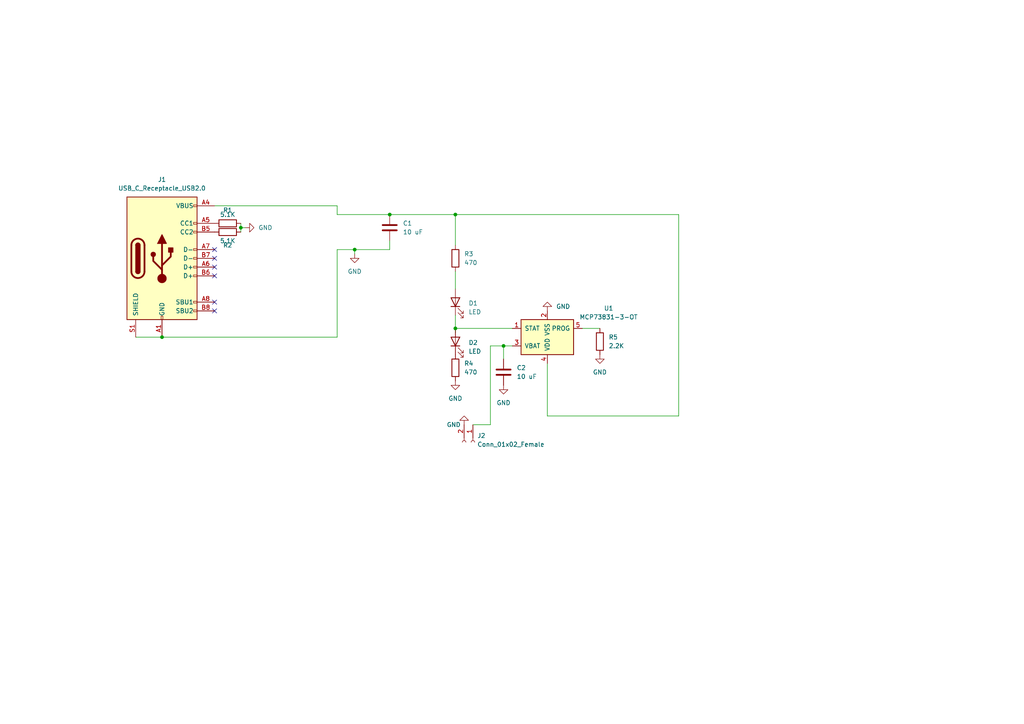
<source format=kicad_sch>
(kicad_sch (version 20211123) (generator eeschema)

  (uuid e63e39d7-6ac0-4ffd-8aa3-1841a4541b55)

  (paper "A4")

  (lib_symbols
    (symbol "Battery_Management:MCP73831-3-OT" (pin_names (offset 1.016)) (in_bom yes) (on_board yes)
      (property "Reference" "U" (id 0) (at -7.62 6.35 0)
        (effects (font (size 1.27 1.27)) (justify left))
      )
      (property "Value" "MCP73831-3-OT" (id 1) (at 1.27 6.35 0)
        (effects (font (size 1.27 1.27)) (justify left))
      )
      (property "Footprint" "Package_TO_SOT_SMD:SOT-23-5" (id 2) (at 1.27 -6.35 0)
        (effects (font (size 1.27 1.27) italic) (justify left) hide)
      )
      (property "Datasheet" "http://ww1.microchip.com/downloads/en/DeviceDoc/20001984g.pdf" (id 3) (at -3.81 -1.27 0)
        (effects (font (size 1.27 1.27)) hide)
      )
      (property "ki_keywords" "battery charger lithium" (id 4) (at 0 0 0)
        (effects (font (size 1.27 1.27)) hide)
      )
      (property "ki_description" "Single cell, Li-Ion/Li-Po charge management controller, 4.35V, Tri-State Status Output, in SOT23-5 package" (id 5) (at 0 0 0)
        (effects (font (size 1.27 1.27)) hide)
      )
      (property "ki_fp_filters" "SOT?23*" (id 6) (at 0 0 0)
        (effects (font (size 1.27 1.27)) hide)
      )
      (symbol "MCP73831-3-OT_0_1"
        (rectangle (start -7.62 5.08) (end 7.62 -5.08)
          (stroke (width 0.254) (type default) (color 0 0 0 0))
          (fill (type background))
        )
      )
      (symbol "MCP73831-3-OT_1_1"
        (pin output line (at 10.16 -2.54 180) (length 2.54)
          (name "STAT" (effects (font (size 1.27 1.27))))
          (number "1" (effects (font (size 1.27 1.27))))
        )
        (pin power_in line (at 0 -7.62 90) (length 2.54)
          (name "VSS" (effects (font (size 1.27 1.27))))
          (number "2" (effects (font (size 1.27 1.27))))
        )
        (pin power_out line (at 10.16 2.54 180) (length 2.54)
          (name "VBAT" (effects (font (size 1.27 1.27))))
          (number "3" (effects (font (size 1.27 1.27))))
        )
        (pin power_in line (at 0 7.62 270) (length 2.54)
          (name "VDD" (effects (font (size 1.27 1.27))))
          (number "4" (effects (font (size 1.27 1.27))))
        )
        (pin input line (at -10.16 -2.54 0) (length 2.54)
          (name "PROG" (effects (font (size 1.27 1.27))))
          (number "5" (effects (font (size 1.27 1.27))))
        )
      )
    )
    (symbol "Connector:Conn_01x02_Female" (pin_names (offset 1.016) hide) (in_bom yes) (on_board yes)
      (property "Reference" "J" (id 0) (at 0 2.54 0)
        (effects (font (size 1.27 1.27)))
      )
      (property "Value" "Conn_01x02_Female" (id 1) (at 0 -5.08 0)
        (effects (font (size 1.27 1.27)))
      )
      (property "Footprint" "" (id 2) (at 0 0 0)
        (effects (font (size 1.27 1.27)) hide)
      )
      (property "Datasheet" "~" (id 3) (at 0 0 0)
        (effects (font (size 1.27 1.27)) hide)
      )
      (property "ki_keywords" "connector" (id 4) (at 0 0 0)
        (effects (font (size 1.27 1.27)) hide)
      )
      (property "ki_description" "Generic connector, single row, 01x02, script generated (kicad-library-utils/schlib/autogen/connector/)" (id 5) (at 0 0 0)
        (effects (font (size 1.27 1.27)) hide)
      )
      (property "ki_fp_filters" "Connector*:*_1x??_*" (id 6) (at 0 0 0)
        (effects (font (size 1.27 1.27)) hide)
      )
      (symbol "Conn_01x02_Female_1_1"
        (arc (start 0 -2.032) (mid -0.508 -2.54) (end 0 -3.048)
          (stroke (width 0.1524) (type default) (color 0 0 0 0))
          (fill (type none))
        )
        (polyline
          (pts
            (xy -1.27 -2.54)
            (xy -0.508 -2.54)
          )
          (stroke (width 0.1524) (type default) (color 0 0 0 0))
          (fill (type none))
        )
        (polyline
          (pts
            (xy -1.27 0)
            (xy -0.508 0)
          )
          (stroke (width 0.1524) (type default) (color 0 0 0 0))
          (fill (type none))
        )
        (arc (start 0 0.508) (mid -0.508 0) (end 0 -0.508)
          (stroke (width 0.1524) (type default) (color 0 0 0 0))
          (fill (type none))
        )
        (pin passive line (at -5.08 0 0) (length 3.81)
          (name "Pin_1" (effects (font (size 1.27 1.27))))
          (number "1" (effects (font (size 1.27 1.27))))
        )
        (pin passive line (at -5.08 -2.54 0) (length 3.81)
          (name "Pin_2" (effects (font (size 1.27 1.27))))
          (number "2" (effects (font (size 1.27 1.27))))
        )
      )
    )
    (symbol "Connector:USB_C_Receptacle_USB2.0" (pin_names (offset 1.016)) (in_bom yes) (on_board yes)
      (property "Reference" "J" (id 0) (at -10.16 19.05 0)
        (effects (font (size 1.27 1.27)) (justify left))
      )
      (property "Value" "USB_C_Receptacle_USB2.0" (id 1) (at 19.05 19.05 0)
        (effects (font (size 1.27 1.27)) (justify right))
      )
      (property "Footprint" "" (id 2) (at 3.81 0 0)
        (effects (font (size 1.27 1.27)) hide)
      )
      (property "Datasheet" "https://www.usb.org/sites/default/files/documents/usb_type-c.zip" (id 3) (at 3.81 0 0)
        (effects (font (size 1.27 1.27)) hide)
      )
      (property "ki_keywords" "usb universal serial bus type-C USB2.0" (id 4) (at 0 0 0)
        (effects (font (size 1.27 1.27)) hide)
      )
      (property "ki_description" "USB 2.0-only Type-C Receptacle connector" (id 5) (at 0 0 0)
        (effects (font (size 1.27 1.27)) hide)
      )
      (property "ki_fp_filters" "USB*C*Receptacle*" (id 6) (at 0 0 0)
        (effects (font (size 1.27 1.27)) hide)
      )
      (symbol "USB_C_Receptacle_USB2.0_0_0"
        (rectangle (start -0.254 -17.78) (end 0.254 -16.764)
          (stroke (width 0) (type default) (color 0 0 0 0))
          (fill (type none))
        )
        (rectangle (start 10.16 -14.986) (end 9.144 -15.494)
          (stroke (width 0) (type default) (color 0 0 0 0))
          (fill (type none))
        )
        (rectangle (start 10.16 -12.446) (end 9.144 -12.954)
          (stroke (width 0) (type default) (color 0 0 0 0))
          (fill (type none))
        )
        (rectangle (start 10.16 -4.826) (end 9.144 -5.334)
          (stroke (width 0) (type default) (color 0 0 0 0))
          (fill (type none))
        )
        (rectangle (start 10.16 -2.286) (end 9.144 -2.794)
          (stroke (width 0) (type default) (color 0 0 0 0))
          (fill (type none))
        )
        (rectangle (start 10.16 0.254) (end 9.144 -0.254)
          (stroke (width 0) (type default) (color 0 0 0 0))
          (fill (type none))
        )
        (rectangle (start 10.16 2.794) (end 9.144 2.286)
          (stroke (width 0) (type default) (color 0 0 0 0))
          (fill (type none))
        )
        (rectangle (start 10.16 7.874) (end 9.144 7.366)
          (stroke (width 0) (type default) (color 0 0 0 0))
          (fill (type none))
        )
        (rectangle (start 10.16 10.414) (end 9.144 9.906)
          (stroke (width 0) (type default) (color 0 0 0 0))
          (fill (type none))
        )
        (rectangle (start 10.16 15.494) (end 9.144 14.986)
          (stroke (width 0) (type default) (color 0 0 0 0))
          (fill (type none))
        )
      )
      (symbol "USB_C_Receptacle_USB2.0_0_1"
        (rectangle (start -10.16 17.78) (end 10.16 -17.78)
          (stroke (width 0.254) (type default) (color 0 0 0 0))
          (fill (type background))
        )
        (arc (start -8.89 -3.81) (mid -6.985 -5.715) (end -5.08 -3.81)
          (stroke (width 0.508) (type default) (color 0 0 0 0))
          (fill (type none))
        )
        (arc (start -7.62 -3.81) (mid -6.985 -4.445) (end -6.35 -3.81)
          (stroke (width 0.254) (type default) (color 0 0 0 0))
          (fill (type none))
        )
        (arc (start -7.62 -3.81) (mid -6.985 -4.445) (end -6.35 -3.81)
          (stroke (width 0.254) (type default) (color 0 0 0 0))
          (fill (type outline))
        )
        (rectangle (start -7.62 -3.81) (end -6.35 3.81)
          (stroke (width 0.254) (type default) (color 0 0 0 0))
          (fill (type outline))
        )
        (arc (start -6.35 3.81) (mid -6.985 4.445) (end -7.62 3.81)
          (stroke (width 0.254) (type default) (color 0 0 0 0))
          (fill (type none))
        )
        (arc (start -6.35 3.81) (mid -6.985 4.445) (end -7.62 3.81)
          (stroke (width 0.254) (type default) (color 0 0 0 0))
          (fill (type outline))
        )
        (arc (start -5.08 3.81) (mid -6.985 5.715) (end -8.89 3.81)
          (stroke (width 0.508) (type default) (color 0 0 0 0))
          (fill (type none))
        )
        (circle (center -2.54 1.143) (radius 0.635)
          (stroke (width 0.254) (type default) (color 0 0 0 0))
          (fill (type outline))
        )
        (circle (center 0 -5.842) (radius 1.27)
          (stroke (width 0) (type default) (color 0 0 0 0))
          (fill (type outline))
        )
        (polyline
          (pts
            (xy -8.89 -3.81)
            (xy -8.89 3.81)
          )
          (stroke (width 0.508) (type default) (color 0 0 0 0))
          (fill (type none))
        )
        (polyline
          (pts
            (xy -5.08 3.81)
            (xy -5.08 -3.81)
          )
          (stroke (width 0.508) (type default) (color 0 0 0 0))
          (fill (type none))
        )
        (polyline
          (pts
            (xy 0 -5.842)
            (xy 0 4.318)
          )
          (stroke (width 0.508) (type default) (color 0 0 0 0))
          (fill (type none))
        )
        (polyline
          (pts
            (xy 0 -3.302)
            (xy -2.54 -0.762)
            (xy -2.54 0.508)
          )
          (stroke (width 0.508) (type default) (color 0 0 0 0))
          (fill (type none))
        )
        (polyline
          (pts
            (xy 0 -2.032)
            (xy 2.54 0.508)
            (xy 2.54 1.778)
          )
          (stroke (width 0.508) (type default) (color 0 0 0 0))
          (fill (type none))
        )
        (polyline
          (pts
            (xy -1.27 4.318)
            (xy 0 6.858)
            (xy 1.27 4.318)
            (xy -1.27 4.318)
          )
          (stroke (width 0.254) (type default) (color 0 0 0 0))
          (fill (type outline))
        )
        (rectangle (start 1.905 1.778) (end 3.175 3.048)
          (stroke (width 0.254) (type default) (color 0 0 0 0))
          (fill (type outline))
        )
      )
      (symbol "USB_C_Receptacle_USB2.0_1_1"
        (pin passive line (at 0 -22.86 90) (length 5.08)
          (name "GND" (effects (font (size 1.27 1.27))))
          (number "A1" (effects (font (size 1.27 1.27))))
        )
        (pin passive line (at 0 -22.86 90) (length 5.08) hide
          (name "GND" (effects (font (size 1.27 1.27))))
          (number "A12" (effects (font (size 1.27 1.27))))
        )
        (pin passive line (at 15.24 15.24 180) (length 5.08)
          (name "VBUS" (effects (font (size 1.27 1.27))))
          (number "A4" (effects (font (size 1.27 1.27))))
        )
        (pin bidirectional line (at 15.24 10.16 180) (length 5.08)
          (name "CC1" (effects (font (size 1.27 1.27))))
          (number "A5" (effects (font (size 1.27 1.27))))
        )
        (pin bidirectional line (at 15.24 -2.54 180) (length 5.08)
          (name "D+" (effects (font (size 1.27 1.27))))
          (number "A6" (effects (font (size 1.27 1.27))))
        )
        (pin bidirectional line (at 15.24 2.54 180) (length 5.08)
          (name "D-" (effects (font (size 1.27 1.27))))
          (number "A7" (effects (font (size 1.27 1.27))))
        )
        (pin bidirectional line (at 15.24 -12.7 180) (length 5.08)
          (name "SBU1" (effects (font (size 1.27 1.27))))
          (number "A8" (effects (font (size 1.27 1.27))))
        )
        (pin passive line (at 15.24 15.24 180) (length 5.08) hide
          (name "VBUS" (effects (font (size 1.27 1.27))))
          (number "A9" (effects (font (size 1.27 1.27))))
        )
        (pin passive line (at 0 -22.86 90) (length 5.08) hide
          (name "GND" (effects (font (size 1.27 1.27))))
          (number "B1" (effects (font (size 1.27 1.27))))
        )
        (pin passive line (at 0 -22.86 90) (length 5.08) hide
          (name "GND" (effects (font (size 1.27 1.27))))
          (number "B12" (effects (font (size 1.27 1.27))))
        )
        (pin passive line (at 15.24 15.24 180) (length 5.08) hide
          (name "VBUS" (effects (font (size 1.27 1.27))))
          (number "B4" (effects (font (size 1.27 1.27))))
        )
        (pin bidirectional line (at 15.24 7.62 180) (length 5.08)
          (name "CC2" (effects (font (size 1.27 1.27))))
          (number "B5" (effects (font (size 1.27 1.27))))
        )
        (pin bidirectional line (at 15.24 -5.08 180) (length 5.08)
          (name "D+" (effects (font (size 1.27 1.27))))
          (number "B6" (effects (font (size 1.27 1.27))))
        )
        (pin bidirectional line (at 15.24 0 180) (length 5.08)
          (name "D-" (effects (font (size 1.27 1.27))))
          (number "B7" (effects (font (size 1.27 1.27))))
        )
        (pin bidirectional line (at 15.24 -15.24 180) (length 5.08)
          (name "SBU2" (effects (font (size 1.27 1.27))))
          (number "B8" (effects (font (size 1.27 1.27))))
        )
        (pin passive line (at 15.24 15.24 180) (length 5.08) hide
          (name "VBUS" (effects (font (size 1.27 1.27))))
          (number "B9" (effects (font (size 1.27 1.27))))
        )
        (pin passive line (at -7.62 -22.86 90) (length 5.08)
          (name "SHIELD" (effects (font (size 1.27 1.27))))
          (number "S1" (effects (font (size 1.27 1.27))))
        )
      )
    )
    (symbol "Device:C" (pin_numbers hide) (pin_names (offset 0.254)) (in_bom yes) (on_board yes)
      (property "Reference" "C" (id 0) (at 0.635 2.54 0)
        (effects (font (size 1.27 1.27)) (justify left))
      )
      (property "Value" "C" (id 1) (at 0.635 -2.54 0)
        (effects (font (size 1.27 1.27)) (justify left))
      )
      (property "Footprint" "" (id 2) (at 0.9652 -3.81 0)
        (effects (font (size 1.27 1.27)) hide)
      )
      (property "Datasheet" "~" (id 3) (at 0 0 0)
        (effects (font (size 1.27 1.27)) hide)
      )
      (property "ki_keywords" "cap capacitor" (id 4) (at 0 0 0)
        (effects (font (size 1.27 1.27)) hide)
      )
      (property "ki_description" "Unpolarized capacitor" (id 5) (at 0 0 0)
        (effects (font (size 1.27 1.27)) hide)
      )
      (property "ki_fp_filters" "C_*" (id 6) (at 0 0 0)
        (effects (font (size 1.27 1.27)) hide)
      )
      (symbol "C_0_1"
        (polyline
          (pts
            (xy -2.032 -0.762)
            (xy 2.032 -0.762)
          )
          (stroke (width 0.508) (type default) (color 0 0 0 0))
          (fill (type none))
        )
        (polyline
          (pts
            (xy -2.032 0.762)
            (xy 2.032 0.762)
          )
          (stroke (width 0.508) (type default) (color 0 0 0 0))
          (fill (type none))
        )
      )
      (symbol "C_1_1"
        (pin passive line (at 0 3.81 270) (length 2.794)
          (name "~" (effects (font (size 1.27 1.27))))
          (number "1" (effects (font (size 1.27 1.27))))
        )
        (pin passive line (at 0 -3.81 90) (length 2.794)
          (name "~" (effects (font (size 1.27 1.27))))
          (number "2" (effects (font (size 1.27 1.27))))
        )
      )
    )
    (symbol "Device:LED" (pin_numbers hide) (pin_names (offset 1.016) hide) (in_bom yes) (on_board yes)
      (property "Reference" "D" (id 0) (at 0 2.54 0)
        (effects (font (size 1.27 1.27)))
      )
      (property "Value" "LED" (id 1) (at 0 -2.54 0)
        (effects (font (size 1.27 1.27)))
      )
      (property "Footprint" "" (id 2) (at 0 0 0)
        (effects (font (size 1.27 1.27)) hide)
      )
      (property "Datasheet" "~" (id 3) (at 0 0 0)
        (effects (font (size 1.27 1.27)) hide)
      )
      (property "ki_keywords" "LED diode" (id 4) (at 0 0 0)
        (effects (font (size 1.27 1.27)) hide)
      )
      (property "ki_description" "Light emitting diode" (id 5) (at 0 0 0)
        (effects (font (size 1.27 1.27)) hide)
      )
      (property "ki_fp_filters" "LED* LED_SMD:* LED_THT:*" (id 6) (at 0 0 0)
        (effects (font (size 1.27 1.27)) hide)
      )
      (symbol "LED_0_1"
        (polyline
          (pts
            (xy -1.27 -1.27)
            (xy -1.27 1.27)
          )
          (stroke (width 0.254) (type default) (color 0 0 0 0))
          (fill (type none))
        )
        (polyline
          (pts
            (xy -1.27 0)
            (xy 1.27 0)
          )
          (stroke (width 0) (type default) (color 0 0 0 0))
          (fill (type none))
        )
        (polyline
          (pts
            (xy 1.27 -1.27)
            (xy 1.27 1.27)
            (xy -1.27 0)
            (xy 1.27 -1.27)
          )
          (stroke (width 0.254) (type default) (color 0 0 0 0))
          (fill (type none))
        )
        (polyline
          (pts
            (xy -3.048 -0.762)
            (xy -4.572 -2.286)
            (xy -3.81 -2.286)
            (xy -4.572 -2.286)
            (xy -4.572 -1.524)
          )
          (stroke (width 0) (type default) (color 0 0 0 0))
          (fill (type none))
        )
        (polyline
          (pts
            (xy -1.778 -0.762)
            (xy -3.302 -2.286)
            (xy -2.54 -2.286)
            (xy -3.302 -2.286)
            (xy -3.302 -1.524)
          )
          (stroke (width 0) (type default) (color 0 0 0 0))
          (fill (type none))
        )
      )
      (symbol "LED_1_1"
        (pin passive line (at -3.81 0 0) (length 2.54)
          (name "K" (effects (font (size 1.27 1.27))))
          (number "1" (effects (font (size 1.27 1.27))))
        )
        (pin passive line (at 3.81 0 180) (length 2.54)
          (name "A" (effects (font (size 1.27 1.27))))
          (number "2" (effects (font (size 1.27 1.27))))
        )
      )
    )
    (symbol "Device:R" (pin_numbers hide) (pin_names (offset 0)) (in_bom yes) (on_board yes)
      (property "Reference" "R" (id 0) (at 2.032 0 90)
        (effects (font (size 1.27 1.27)))
      )
      (property "Value" "R" (id 1) (at 0 0 90)
        (effects (font (size 1.27 1.27)))
      )
      (property "Footprint" "" (id 2) (at -1.778 0 90)
        (effects (font (size 1.27 1.27)) hide)
      )
      (property "Datasheet" "~" (id 3) (at 0 0 0)
        (effects (font (size 1.27 1.27)) hide)
      )
      (property "ki_keywords" "R res resistor" (id 4) (at 0 0 0)
        (effects (font (size 1.27 1.27)) hide)
      )
      (property "ki_description" "Resistor" (id 5) (at 0 0 0)
        (effects (font (size 1.27 1.27)) hide)
      )
      (property "ki_fp_filters" "R_*" (id 6) (at 0 0 0)
        (effects (font (size 1.27 1.27)) hide)
      )
      (symbol "R_0_1"
        (rectangle (start -1.016 -2.54) (end 1.016 2.54)
          (stroke (width 0.254) (type default) (color 0 0 0 0))
          (fill (type none))
        )
      )
      (symbol "R_1_1"
        (pin passive line (at 0 3.81 270) (length 1.27)
          (name "~" (effects (font (size 1.27 1.27))))
          (number "1" (effects (font (size 1.27 1.27))))
        )
        (pin passive line (at 0 -3.81 90) (length 1.27)
          (name "~" (effects (font (size 1.27 1.27))))
          (number "2" (effects (font (size 1.27 1.27))))
        )
      )
    )
    (symbol "power:GND" (power) (pin_names (offset 0)) (in_bom yes) (on_board yes)
      (property "Reference" "#PWR" (id 0) (at 0 -6.35 0)
        (effects (font (size 1.27 1.27)) hide)
      )
      (property "Value" "GND" (id 1) (at 0 -3.81 0)
        (effects (font (size 1.27 1.27)))
      )
      (property "Footprint" "" (id 2) (at 0 0 0)
        (effects (font (size 1.27 1.27)) hide)
      )
      (property "Datasheet" "" (id 3) (at 0 0 0)
        (effects (font (size 1.27 1.27)) hide)
      )
      (property "ki_keywords" "power-flag" (id 4) (at 0 0 0)
        (effects (font (size 1.27 1.27)) hide)
      )
      (property "ki_description" "Power symbol creates a global label with name \"GND\" , ground" (id 5) (at 0 0 0)
        (effects (font (size 1.27 1.27)) hide)
      )
      (symbol "GND_0_1"
        (polyline
          (pts
            (xy 0 0)
            (xy 0 -1.27)
            (xy 1.27 -1.27)
            (xy 0 -2.54)
            (xy -1.27 -1.27)
            (xy 0 -1.27)
          )
          (stroke (width 0) (type default) (color 0 0 0 0))
          (fill (type none))
        )
      )
      (symbol "GND_1_1"
        (pin power_in line (at 0 0 270) (length 0) hide
          (name "GND" (effects (font (size 1.27 1.27))))
          (number "1" (effects (font (size 1.27 1.27))))
        )
      )
    )
  )

  (junction (at 46.99 97.79) (diameter 0) (color 0 0 0 0)
    (uuid 2e32f3d4-ea5e-4b26-b1e0-b9d0ecf2b9ba)
  )
  (junction (at 132.08 62.23) (diameter 0) (color 0 0 0 0)
    (uuid 65acf8e5-9f16-4350-9eac-4ec481b2ee30)
  )
  (junction (at 132.08 95.25) (diameter 0) (color 0 0 0 0)
    (uuid 7bafe9bc-eba9-4810-a855-8b4f34bb53ef)
  )
  (junction (at 69.85 66.04) (diameter 0) (color 0 0 0 0)
    (uuid 9dc2ce14-766a-4107-9077-4b8e406cbd7f)
  )
  (junction (at 102.87 72.39) (diameter 0) (color 0 0 0 0)
    (uuid a52727ba-c795-46c8-abd8-04003e3b5d32)
  )
  (junction (at 146.05 100.33) (diameter 0) (color 0 0 0 0)
    (uuid c7f74e02-22a2-44c3-ba93-2cb4738b7c33)
  )
  (junction (at 113.03 62.23) (diameter 0) (color 0 0 0 0)
    (uuid ffed2abe-19c1-484a-85f6-c11ad414bcd4)
  )

  (no_connect (at 62.23 90.17) (uuid 82b4533d-9984-4f05-b8dd-a2715f410729))
  (no_connect (at 62.23 74.93) (uuid 82b4533d-9984-4f05-b8dd-a2715f410729))
  (no_connect (at 62.23 77.47) (uuid 82b4533d-9984-4f05-b8dd-a2715f410729))
  (no_connect (at 62.23 80.01) (uuid 82b4533d-9984-4f05-b8dd-a2715f410729))
  (no_connect (at 62.23 87.63) (uuid 82b4533d-9984-4f05-b8dd-a2715f410729))
  (no_connect (at 62.23 72.39) (uuid 82b4533d-9984-4f05-b8dd-a2715f410729))

  (wire (pts (xy 97.79 72.39) (xy 102.87 72.39))
    (stroke (width 0) (type default) (color 0 0 0 0))
    (uuid 09ee1140-4c75-47e3-aead-8d07ca2decb8)
  )
  (wire (pts (xy 132.08 62.23) (xy 196.85 62.23))
    (stroke (width 0) (type default) (color 0 0 0 0))
    (uuid 11c13b9d-0404-4268-bab1-f545d338c0be)
  )
  (wire (pts (xy 137.16 123.19) (xy 142.24 123.19))
    (stroke (width 0) (type default) (color 0 0 0 0))
    (uuid 1bc36098-a67a-43e9-af34-67229b47b5d8)
  )
  (wire (pts (xy 132.08 78.74) (xy 132.08 83.82))
    (stroke (width 0) (type default) (color 0 0 0 0))
    (uuid 2ff466f2-a10f-4d30-86d0-258970718dd1)
  )
  (wire (pts (xy 62.23 59.69) (xy 97.79 59.69))
    (stroke (width 0) (type default) (color 0 0 0 0))
    (uuid 322da0ba-a86d-429d-ab15-bb0db3104e36)
  )
  (wire (pts (xy 69.85 64.77) (xy 69.85 66.04))
    (stroke (width 0) (type default) (color 0 0 0 0))
    (uuid 3b6398b3-3f18-4e60-ae96-3b4b7d80af23)
  )
  (wire (pts (xy 168.91 95.25) (xy 173.99 95.25))
    (stroke (width 0) (type default) (color 0 0 0 0))
    (uuid 553f8fdd-c870-4163-a81b-a10a24a3351e)
  )
  (wire (pts (xy 102.87 72.39) (xy 102.87 73.66))
    (stroke (width 0) (type default) (color 0 0 0 0))
    (uuid 55cd752b-c945-4ee3-943d-9a764cf13c98)
  )
  (wire (pts (xy 142.24 100.33) (xy 146.05 100.33))
    (stroke (width 0) (type default) (color 0 0 0 0))
    (uuid 67ddd466-4c05-43d1-b9c1-73558050f6fc)
  )
  (wire (pts (xy 97.79 97.79) (xy 97.79 72.39))
    (stroke (width 0) (type default) (color 0 0 0 0))
    (uuid 6954c717-12ca-412f-baa6-413d8c3f62e8)
  )
  (wire (pts (xy 113.03 72.39) (xy 113.03 69.85))
    (stroke (width 0) (type default) (color 0 0 0 0))
    (uuid 7331b4f5-537b-4797-b38c-6afa10e0716d)
  )
  (wire (pts (xy 158.75 120.65) (xy 158.75 105.41))
    (stroke (width 0) (type default) (color 0 0 0 0))
    (uuid 789426ba-1b00-402b-9dd7-4cc463c090a5)
  )
  (wire (pts (xy 142.24 123.19) (xy 142.24 100.33))
    (stroke (width 0) (type default) (color 0 0 0 0))
    (uuid 897136b5-a5d5-4581-a6bf-48c25cde5ca5)
  )
  (wire (pts (xy 146.05 100.33) (xy 148.59 100.33))
    (stroke (width 0) (type default) (color 0 0 0 0))
    (uuid 8b798044-1ece-4731-8e5b-91c47e4f5d0a)
  )
  (wire (pts (xy 97.79 59.69) (xy 97.79 62.23))
    (stroke (width 0) (type default) (color 0 0 0 0))
    (uuid 95ad9c18-5cef-4eed-a2ba-037fff1ee5ec)
  )
  (wire (pts (xy 146.05 104.14) (xy 146.05 100.33))
    (stroke (width 0) (type default) (color 0 0 0 0))
    (uuid 9fd2c636-f5cd-47e5-bbbc-56f7c25ff6b0)
  )
  (wire (pts (xy 113.03 62.23) (xy 132.08 62.23))
    (stroke (width 0) (type default) (color 0 0 0 0))
    (uuid a510e5e5-5ef7-4d6a-a501-65eee345df9c)
  )
  (wire (pts (xy 132.08 62.23) (xy 132.08 71.12))
    (stroke (width 0) (type default) (color 0 0 0 0))
    (uuid a85ba885-21f0-4ec6-a484-69d88e0e6f44)
  )
  (wire (pts (xy 46.99 97.79) (xy 97.79 97.79))
    (stroke (width 0) (type default) (color 0 0 0 0))
    (uuid aa2cc136-57ad-4ca7-b810-43dd40673ff3)
  )
  (wire (pts (xy 102.87 72.39) (xy 113.03 72.39))
    (stroke (width 0) (type default) (color 0 0 0 0))
    (uuid ae57a25c-90b2-489d-a892-baf3543d30b1)
  )
  (wire (pts (xy 196.85 62.23) (xy 196.85 120.65))
    (stroke (width 0) (type default) (color 0 0 0 0))
    (uuid ba4b9df0-26df-428a-b87a-cb6a6b17587e)
  )
  (wire (pts (xy 97.79 62.23) (xy 113.03 62.23))
    (stroke (width 0) (type default) (color 0 0 0 0))
    (uuid bb081485-e2b1-4818-82d4-d89be29e0cf2)
  )
  (wire (pts (xy 69.85 66.04) (xy 71.12 66.04))
    (stroke (width 0) (type default) (color 0 0 0 0))
    (uuid bb4a1b59-84dd-4d98-aa3f-ea03c14aa3ce)
  )
  (wire (pts (xy 132.08 95.25) (xy 132.08 96.52))
    (stroke (width 0) (type default) (color 0 0 0 0))
    (uuid c69d9541-5e9c-4448-bf12-ab294afe5277)
  )
  (wire (pts (xy 196.85 120.65) (xy 158.75 120.65))
    (stroke (width 0) (type default) (color 0 0 0 0))
    (uuid d55bd6d0-3dd4-4415-832b-0acecc2890ca)
  )
  (wire (pts (xy 132.08 91.44) (xy 132.08 95.25))
    (stroke (width 0) (type default) (color 0 0 0 0))
    (uuid ddae4b2b-20d9-4a3e-92ee-cab9e27340aa)
  )
  (wire (pts (xy 69.85 66.04) (xy 69.85 67.31))
    (stroke (width 0) (type default) (color 0 0 0 0))
    (uuid de487a49-b1bd-49d8-b602-b0f77924dd62)
  )
  (wire (pts (xy 39.37 97.79) (xy 46.99 97.79))
    (stroke (width 0) (type default) (color 0 0 0 0))
    (uuid e149c74b-1a72-452c-9316-dd63418ebcaf)
  )
  (wire (pts (xy 132.08 95.25) (xy 148.59 95.25))
    (stroke (width 0) (type default) (color 0 0 0 0))
    (uuid f38fe8c7-e201-4a5d-b85e-99900ccf700f)
  )

  (symbol (lib_id "power:GND") (at 146.05 111.76 0) (unit 1)
    (in_bom yes) (on_board yes) (fields_autoplaced)
    (uuid 035e0cf3-8ba7-4e18-8dd3-f8e636f1c886)
    (property "Reference" "#PWR05" (id 0) (at 146.05 118.11 0)
      (effects (font (size 1.27 1.27)) hide)
    )
    (property "Value" "GND" (id 1) (at 146.05 116.84 0))
    (property "Footprint" "" (id 2) (at 146.05 111.76 0)
      (effects (font (size 1.27 1.27)) hide)
    )
    (property "Datasheet" "" (id 3) (at 146.05 111.76 0)
      (effects (font (size 1.27 1.27)) hide)
    )
    (pin "1" (uuid 8c7ad431-18a5-4197-b13f-e4bbf0da7038))
  )

  (symbol (lib_id "Connector:USB_C_Receptacle_USB2.0") (at 46.99 74.93 0) (unit 1)
    (in_bom yes) (on_board yes) (fields_autoplaced)
    (uuid 0a13916f-d137-4daa-bd1b-f90fe53ebdda)
    (property "Reference" "J1" (id 0) (at 46.99 52.07 0))
    (property "Value" "USB_C_Receptacle_USB2.0" (id 1) (at 46.99 54.61 0))
    (property "Footprint" "Connector_USB:USB_C_Receptacle_GCT_USB4085" (id 2) (at 50.8 74.93 0)
      (effects (font (size 1.27 1.27)) hide)
    )
    (property "Datasheet" "https://www.usb.org/sites/default/files/documents/usb_type-c.zip" (id 3) (at 50.8 74.93 0)
      (effects (font (size 1.27 1.27)) hide)
    )
    (pin "A1" (uuid cc073c7c-c548-4ce9-80c7-a7bf9c3b9e38))
    (pin "A12" (uuid 94bb06f5-aab9-46d1-9441-ab1ef5a45beb))
    (pin "A4" (uuid 4ab551cb-af90-4a28-ada4-ad097cd54376))
    (pin "A5" (uuid aec4e2fa-ae3d-4cbd-8887-fd81c3238312))
    (pin "A6" (uuid 6682d32a-7b70-4bab-8549-bb0c42bf0c24))
    (pin "A7" (uuid 2c13ac44-cfb8-4a3f-b4e8-9e0dfb7efa85))
    (pin "A8" (uuid 57b7e1ca-3186-40e6-8356-fd308ea14aef))
    (pin "A9" (uuid c9f8a667-56e5-4553-8ef3-121996891bce))
    (pin "B1" (uuid b2364ccc-d560-471e-96fb-ac59e9de768a))
    (pin "B12" (uuid 5aa753e8-567a-4e75-bce7-ff31c80c2785))
    (pin "B4" (uuid 0095ac8d-d2b7-4031-97d6-4b2905733b2b))
    (pin "B5" (uuid d0537136-7da2-4491-abd3-53a85e417bf6))
    (pin "B6" (uuid e4dd41f6-eae2-47ad-bcd4-b1bf94667fb9))
    (pin "B7" (uuid 846aa9fb-338e-4db0-97fd-7c9c03ac6898))
    (pin "B8" (uuid 0bf67f95-63e0-4cf9-975e-9fca1866cc10))
    (pin "B9" (uuid 2859a760-a315-41ce-9867-42c9328eff85))
    (pin "S1" (uuid e0f4b64b-b739-484e-ba8e-428dcc3492f8))
  )

  (symbol (lib_id "Device:R") (at 132.08 106.68 0) (unit 1)
    (in_bom yes) (on_board yes) (fields_autoplaced)
    (uuid 11d8a1c9-2fe6-4f06-af2c-43205f80d2b1)
    (property "Reference" "R4" (id 0) (at 134.62 105.4099 0)
      (effects (font (size 1.27 1.27)) (justify left))
    )
    (property "Value" "470" (id 1) (at 134.62 107.9499 0)
      (effects (font (size 1.27 1.27)) (justify left))
    )
    (property "Footprint" "Resistor_SMD:R_2512_6332Metric_Pad1.40x3.35mm_HandSolder" (id 2) (at 130.302 106.68 90)
      (effects (font (size 1.27 1.27)) hide)
    )
    (property "Datasheet" "~" (id 3) (at 132.08 106.68 0)
      (effects (font (size 1.27 1.27)) hide)
    )
    (pin "1" (uuid 14b56486-a565-4ad2-9d4e-44e6442ea175))
    (pin "2" (uuid aef4ec1b-4636-45ef-b743-73a2cf716b99))
  )

  (symbol (lib_id "Device:C") (at 113.03 66.04 0) (unit 1)
    (in_bom yes) (on_board yes) (fields_autoplaced)
    (uuid 28221cea-e5dd-4443-909d-f89dc42a5054)
    (property "Reference" "C1" (id 0) (at 116.84 64.7699 0)
      (effects (font (size 1.27 1.27)) (justify left))
    )
    (property "Value" "10 uF" (id 1) (at 116.84 67.3099 0)
      (effects (font (size 1.27 1.27)) (justify left))
    )
    (property "Footprint" "Capacitor_SMD:C_0805_2012Metric_Pad1.18x1.45mm_HandSolder" (id 2) (at 113.9952 69.85 0)
      (effects (font (size 1.27 1.27)) hide)
    )
    (property "Datasheet" "~" (id 3) (at 113.03 66.04 0)
      (effects (font (size 1.27 1.27)) hide)
    )
    (pin "1" (uuid 01478f52-711e-460d-9130-927d9df325cb))
    (pin "2" (uuid 59fe4e68-4119-4952-b511-7d1576b16691))
  )

  (symbol (lib_id "Device:LED") (at 132.08 87.63 90) (unit 1)
    (in_bom yes) (on_board yes) (fields_autoplaced)
    (uuid 2cdac68d-7c68-4dee-83f4-c82da698979f)
    (property "Reference" "D1" (id 0) (at 135.89 87.9474 90)
      (effects (font (size 1.27 1.27)) (justify right))
    )
    (property "Value" "LED" (id 1) (at 135.89 90.4874 90)
      (effects (font (size 1.27 1.27)) (justify right))
    )
    (property "Footprint" "LED_THT:LED_D3.0mm" (id 2) (at 132.08 87.63 0)
      (effects (font (size 1.27 1.27)) hide)
    )
    (property "Datasheet" "~" (id 3) (at 132.08 87.63 0)
      (effects (font (size 1.27 1.27)) hide)
    )
    (pin "1" (uuid 6c7215dc-2dbc-4951-bfca-623bac82e99f))
    (pin "2" (uuid 75f2082b-4d7b-452b-8a4f-d706b382cdc7))
  )

  (symbol (lib_id "power:GND") (at 102.87 73.66 0) (unit 1)
    (in_bom yes) (on_board yes) (fields_autoplaced)
    (uuid 378d878c-684c-4413-91f7-56517fc1da45)
    (property "Reference" "#PWR02" (id 0) (at 102.87 80.01 0)
      (effects (font (size 1.27 1.27)) hide)
    )
    (property "Value" "GND" (id 1) (at 102.87 78.74 0))
    (property "Footprint" "" (id 2) (at 102.87 73.66 0)
      (effects (font (size 1.27 1.27)) hide)
    )
    (property "Datasheet" "" (id 3) (at 102.87 73.66 0)
      (effects (font (size 1.27 1.27)) hide)
    )
    (pin "1" (uuid 9fb424fe-4f6c-4d22-8792-3bb91a9b6a60))
  )

  (symbol (lib_id "Battery_Management:MCP73831-3-OT") (at 158.75 97.79 180) (unit 1)
    (in_bom yes) (on_board yes) (fields_autoplaced)
    (uuid 37fed5f7-4342-43d4-8e52-4cb994a65b60)
    (property "Reference" "U1" (id 0) (at 176.53 89.4205 0))
    (property "Value" "MCP73831-3-OT" (id 1) (at 176.53 91.9605 0))
    (property "Footprint" "Package_TO_SOT_SMD:SOT-23-5" (id 2) (at 157.48 91.44 0)
      (effects (font (size 1.27 1.27) italic) (justify left) hide)
    )
    (property "Datasheet" "http://ww1.microchip.com/downloads/en/DeviceDoc/20001984g.pdf" (id 3) (at 162.56 96.52 0)
      (effects (font (size 1.27 1.27)) hide)
    )
    (pin "1" (uuid f04224a8-ae30-44b3-a012-c883be8c361b))
    (pin "2" (uuid 4bc286e0-6a16-4d35-a592-670f1762f921))
    (pin "3" (uuid 47c2b278-ae5d-4e95-b5c8-9e4f00c4a0ec))
    (pin "4" (uuid b367d731-810d-4dbe-aa2e-ab2616fc23ec))
    (pin "5" (uuid d87cc3e6-70e4-41ba-bfa9-1612995ab3dd))
  )

  (symbol (lib_id "Device:R") (at 132.08 74.93 0) (unit 1)
    (in_bom yes) (on_board yes) (fields_autoplaced)
    (uuid 61c5e7b9-ec75-459b-8f55-aa6dcdc47663)
    (property "Reference" "R3" (id 0) (at 134.62 73.6599 0)
      (effects (font (size 1.27 1.27)) (justify left))
    )
    (property "Value" "470" (id 1) (at 134.62 76.1999 0)
      (effects (font (size 1.27 1.27)) (justify left))
    )
    (property "Footprint" "Resistor_SMD:R_2512_6332Metric_Pad1.40x3.35mm_HandSolder" (id 2) (at 130.302 74.93 90)
      (effects (font (size 1.27 1.27)) hide)
    )
    (property "Datasheet" "~" (id 3) (at 132.08 74.93 0)
      (effects (font (size 1.27 1.27)) hide)
    )
    (pin "1" (uuid d577f635-837f-4cd5-b539-f043f68e5a8d))
    (pin "2" (uuid 694a41fe-e775-441c-bcd9-127b58faffa2))
  )

  (symbol (lib_id "Device:C") (at 146.05 107.95 0) (unit 1)
    (in_bom yes) (on_board yes) (fields_autoplaced)
    (uuid 7f04153d-9d5e-47af-b99d-bc6a387c9a6f)
    (property "Reference" "C2" (id 0) (at 149.86 106.6799 0)
      (effects (font (size 1.27 1.27)) (justify left))
    )
    (property "Value" "10 uF" (id 1) (at 149.86 109.2199 0)
      (effects (font (size 1.27 1.27)) (justify left))
    )
    (property "Footprint" "Capacitor_SMD:C_0805_2012Metric_Pad1.18x1.45mm_HandSolder" (id 2) (at 147.0152 111.76 0)
      (effects (font (size 1.27 1.27)) hide)
    )
    (property "Datasheet" "~" (id 3) (at 146.05 107.95 0)
      (effects (font (size 1.27 1.27)) hide)
    )
    (pin "1" (uuid ddcc8852-5683-4366-8128-1d6ff0a98b06))
    (pin "2" (uuid 4f0ad253-6758-4fab-a304-5619bb190326))
  )

  (symbol (lib_id "power:GND") (at 132.08 110.49 0) (unit 1)
    (in_bom yes) (on_board yes) (fields_autoplaced)
    (uuid 849ef7e5-8097-4aee-8015-323905546838)
    (property "Reference" "#PWR03" (id 0) (at 132.08 116.84 0)
      (effects (font (size 1.27 1.27)) hide)
    )
    (property "Value" "GND" (id 1) (at 132.08 115.57 0))
    (property "Footprint" "" (id 2) (at 132.08 110.49 0)
      (effects (font (size 1.27 1.27)) hide)
    )
    (property "Datasheet" "" (id 3) (at 132.08 110.49 0)
      (effects (font (size 1.27 1.27)) hide)
    )
    (pin "1" (uuid fd545dac-856c-48de-9df2-9bd1e3b69ae7))
  )

  (symbol (lib_id "power:GND") (at 134.62 123.19 180) (unit 1)
    (in_bom yes) (on_board yes)
    (uuid a1a95a4e-59c6-4de0-bc59-72f75a6c6058)
    (property "Reference" "#PWR04" (id 0) (at 134.62 116.84 0)
      (effects (font (size 1.27 1.27)) hide)
    )
    (property "Value" "GND" (id 1) (at 129.54 123.19 0)
      (effects (font (size 1.27 1.27)) (justify right))
    )
    (property "Footprint" "" (id 2) (at 134.62 123.19 0)
      (effects (font (size 1.27 1.27)) hide)
    )
    (property "Datasheet" "" (id 3) (at 134.62 123.19 0)
      (effects (font (size 1.27 1.27)) hide)
    )
    (pin "1" (uuid 3f494321-e87f-4a8e-bbe5-a937d805b012))
  )

  (symbol (lib_id "power:GND") (at 71.12 66.04 90) (unit 1)
    (in_bom yes) (on_board yes) (fields_autoplaced)
    (uuid a8da00d0-d572-4e51-b97a-9a4b53488660)
    (property "Reference" "#PWR01" (id 0) (at 77.47 66.04 0)
      (effects (font (size 1.27 1.27)) hide)
    )
    (property "Value" "GND" (id 1) (at 74.93 66.0399 90)
      (effects (font (size 1.27 1.27)) (justify right))
    )
    (property "Footprint" "" (id 2) (at 71.12 66.04 0)
      (effects (font (size 1.27 1.27)) hide)
    )
    (property "Datasheet" "" (id 3) (at 71.12 66.04 0)
      (effects (font (size 1.27 1.27)) hide)
    )
    (pin "1" (uuid 6408c83e-07f0-4b01-a210-df46218e7ad9))
  )

  (symbol (lib_id "Connector:Conn_01x02_Female") (at 137.16 128.27 270) (unit 1)
    (in_bom yes) (on_board yes) (fields_autoplaced)
    (uuid ba0a6746-a0cb-4d84-a93c-280700fe503d)
    (property "Reference" "J2" (id 0) (at 138.43 126.3649 90)
      (effects (font (size 1.27 1.27)) (justify left))
    )
    (property "Value" "Conn_01x02_Female" (id 1) (at 138.43 128.9049 90)
      (effects (font (size 1.27 1.27)) (justify left))
    )
    (property "Footprint" "Connector_PinHeader_2.00mm:PinHeader_1x02_P2.00mm_Vertical" (id 2) (at 137.16 128.27 0)
      (effects (font (size 1.27 1.27)) hide)
    )
    (property "Datasheet" "~" (id 3) (at 137.16 128.27 0)
      (effects (font (size 1.27 1.27)) hide)
    )
    (pin "1" (uuid 0106ccf0-8034-415a-8047-b288cb28580b))
    (pin "2" (uuid 7e03d2ab-f849-4512-9569-879b25ae0e0c))
  )

  (symbol (lib_id "power:GND") (at 158.75 90.17 180) (unit 1)
    (in_bom yes) (on_board yes) (fields_autoplaced)
    (uuid beed807b-094b-4007-a6bf-646ea2fee72e)
    (property "Reference" "#PWR06" (id 0) (at 158.75 83.82 0)
      (effects (font (size 1.27 1.27)) hide)
    )
    (property "Value" "GND" (id 1) (at 161.29 88.8999 0)
      (effects (font (size 1.27 1.27)) (justify right))
    )
    (property "Footprint" "" (id 2) (at 158.75 90.17 0)
      (effects (font (size 1.27 1.27)) hide)
    )
    (property "Datasheet" "" (id 3) (at 158.75 90.17 0)
      (effects (font (size 1.27 1.27)) hide)
    )
    (pin "1" (uuid fc08e6b2-9093-4242-9028-d1ac105c2346))
  )

  (symbol (lib_id "Device:R") (at 173.99 99.06 0) (unit 1)
    (in_bom yes) (on_board yes) (fields_autoplaced)
    (uuid c2fd4927-8431-4c85-b75d-1336c8306cc2)
    (property "Reference" "R5" (id 0) (at 176.53 97.7899 0)
      (effects (font (size 1.27 1.27)) (justify left))
    )
    (property "Value" "2.2K" (id 1) (at 176.53 100.3299 0)
      (effects (font (size 1.27 1.27)) (justify left))
    )
    (property "Footprint" "Resistor_SMD:R_2512_6332Metric_Pad1.40x3.35mm_HandSolder" (id 2) (at 172.212 99.06 90)
      (effects (font (size 1.27 1.27)) hide)
    )
    (property "Datasheet" "~" (id 3) (at 173.99 99.06 0)
      (effects (font (size 1.27 1.27)) hide)
    )
    (pin "1" (uuid 2a134ab3-6275-4421-945b-c8f4bea31494))
    (pin "2" (uuid 1613aea2-74ff-456a-8f58-2ae446640750))
  )

  (symbol (lib_id "Device:R") (at 66.04 67.31 90) (unit 1)
    (in_bom yes) (on_board yes)
    (uuid cc523813-234e-4103-b400-475f6a03fb3d)
    (property "Reference" "R2" (id 0) (at 66.04 71.12 90))
    (property "Value" "5.1K" (id 1) (at 66.04 69.85 90))
    (property "Footprint" "Resistor_SMD:R_0603_1608Metric_Pad0.98x0.95mm_HandSolder" (id 2) (at 66.04 69.088 90)
      (effects (font (size 1.27 1.27)) hide)
    )
    (property "Datasheet" "~" (id 3) (at 66.04 67.31 0)
      (effects (font (size 1.27 1.27)) hide)
    )
    (pin "1" (uuid 4004288d-bf7f-41fb-ab8f-dbd688fa294e))
    (pin "2" (uuid 79275a29-6f59-4b9a-b0ab-e99f7870580b))
  )

  (symbol (lib_id "Device:R") (at 66.04 64.77 90) (unit 1)
    (in_bom yes) (on_board yes)
    (uuid d94447f3-8959-48a5-a128-14cd1a440e04)
    (property "Reference" "R1" (id 0) (at 66.04 60.96 90))
    (property "Value" "5.1K" (id 1) (at 66.04 62.23 90))
    (property "Footprint" "Resistor_SMD:R_0603_1608Metric_Pad0.98x0.95mm_HandSolder" (id 2) (at 66.04 66.548 90)
      (effects (font (size 1.27 1.27)) hide)
    )
    (property "Datasheet" "~" (id 3) (at 66.04 64.77 0)
      (effects (font (size 1.27 1.27)) hide)
    )
    (pin "1" (uuid d0b769b6-06ed-47a7-ada4-9994db5d30d1))
    (pin "2" (uuid 6c8df531-706b-4951-94e8-4918e129645b))
  )

  (symbol (lib_id "Device:LED") (at 132.08 99.06 90) (unit 1)
    (in_bom yes) (on_board yes) (fields_autoplaced)
    (uuid ebd0fc89-8e13-43bb-945a-2e8b75c613c1)
    (property "Reference" "D2" (id 0) (at 135.89 99.3774 90)
      (effects (font (size 1.27 1.27)) (justify right))
    )
    (property "Value" "LED" (id 1) (at 135.89 101.9174 90)
      (effects (font (size 1.27 1.27)) (justify right))
    )
    (property "Footprint" "LED_THT:LED_D3.0mm" (id 2) (at 132.08 99.06 0)
      (effects (font (size 1.27 1.27)) hide)
    )
    (property "Datasheet" "~" (id 3) (at 132.08 99.06 0)
      (effects (font (size 1.27 1.27)) hide)
    )
    (pin "1" (uuid 7b914471-3d1b-40f6-8fee-092f137ff2e0))
    (pin "2" (uuid fa96cd3f-f267-4e6d-9212-fd48f9f4aabe))
  )

  (symbol (lib_id "power:GND") (at 173.99 102.87 0) (unit 1)
    (in_bom yes) (on_board yes) (fields_autoplaced)
    (uuid f4708d09-7ba1-402c-9e48-47aea89c0016)
    (property "Reference" "#PWR07" (id 0) (at 173.99 109.22 0)
      (effects (font (size 1.27 1.27)) hide)
    )
    (property "Value" "GND" (id 1) (at 173.99 107.95 0))
    (property "Footprint" "" (id 2) (at 173.99 102.87 0)
      (effects (font (size 1.27 1.27)) hide)
    )
    (property "Datasheet" "" (id 3) (at 173.99 102.87 0)
      (effects (font (size 1.27 1.27)) hide)
    )
    (pin "1" (uuid f1123692-e88c-4735-9dea-b1b05fe89dfa))
  )

  (sheet_instances
    (path "/" (page "1"))
  )

  (symbol_instances
    (path "/a8da00d0-d572-4e51-b97a-9a4b53488660"
      (reference "#PWR01") (unit 1) (value "GND") (footprint "")
    )
    (path "/378d878c-684c-4413-91f7-56517fc1da45"
      (reference "#PWR02") (unit 1) (value "GND") (footprint "")
    )
    (path "/849ef7e5-8097-4aee-8015-323905546838"
      (reference "#PWR03") (unit 1) (value "GND") (footprint "")
    )
    (path "/a1a95a4e-59c6-4de0-bc59-72f75a6c6058"
      (reference "#PWR04") (unit 1) (value "GND") (footprint "")
    )
    (path "/035e0cf3-8ba7-4e18-8dd3-f8e636f1c886"
      (reference "#PWR05") (unit 1) (value "GND") (footprint "")
    )
    (path "/beed807b-094b-4007-a6bf-646ea2fee72e"
      (reference "#PWR06") (unit 1) (value "GND") (footprint "")
    )
    (path "/f4708d09-7ba1-402c-9e48-47aea89c0016"
      (reference "#PWR07") (unit 1) (value "GND") (footprint "")
    )
    (path "/28221cea-e5dd-4443-909d-f89dc42a5054"
      (reference "C1") (unit 1) (value "10 uF") (footprint "Capacitor_SMD:C_0805_2012Metric_Pad1.18x1.45mm_HandSolder")
    )
    (path "/7f04153d-9d5e-47af-b99d-bc6a387c9a6f"
      (reference "C2") (unit 1) (value "10 uF") (footprint "Capacitor_SMD:C_0805_2012Metric_Pad1.18x1.45mm_HandSolder")
    )
    (path "/2cdac68d-7c68-4dee-83f4-c82da698979f"
      (reference "D1") (unit 1) (value "LED") (footprint "LED_THT:LED_D3.0mm")
    )
    (path "/ebd0fc89-8e13-43bb-945a-2e8b75c613c1"
      (reference "D2") (unit 1) (value "LED") (footprint "LED_THT:LED_D3.0mm")
    )
    (path "/0a13916f-d137-4daa-bd1b-f90fe53ebdda"
      (reference "J1") (unit 1) (value "USB_C_Receptacle_USB2.0") (footprint "Connector_USB:USB_C_Receptacle_GCT_USB4085")
    )
    (path "/ba0a6746-a0cb-4d84-a93c-280700fe503d"
      (reference "J2") (unit 1) (value "Conn_01x02_Female") (footprint "Connector_PinHeader_2.00mm:PinHeader_1x02_P2.00mm_Vertical")
    )
    (path "/d94447f3-8959-48a5-a128-14cd1a440e04"
      (reference "R1") (unit 1) (value "5.1K") (footprint "Resistor_SMD:R_0603_1608Metric_Pad0.98x0.95mm_HandSolder")
    )
    (path "/cc523813-234e-4103-b400-475f6a03fb3d"
      (reference "R2") (unit 1) (value "5.1K") (footprint "Resistor_SMD:R_0603_1608Metric_Pad0.98x0.95mm_HandSolder")
    )
    (path "/61c5e7b9-ec75-459b-8f55-aa6dcdc47663"
      (reference "R3") (unit 1) (value "470") (footprint "Resistor_SMD:R_2512_6332Metric_Pad1.40x3.35mm_HandSolder")
    )
    (path "/11d8a1c9-2fe6-4f06-af2c-43205f80d2b1"
      (reference "R4") (unit 1) (value "470") (footprint "Resistor_SMD:R_2512_6332Metric_Pad1.40x3.35mm_HandSolder")
    )
    (path "/c2fd4927-8431-4c85-b75d-1336c8306cc2"
      (reference "R5") (unit 1) (value "2.2K") (footprint "Resistor_SMD:R_2512_6332Metric_Pad1.40x3.35mm_HandSolder")
    )
    (path "/37fed5f7-4342-43d4-8e52-4cb994a65b60"
      (reference "U1") (unit 1) (value "MCP73831-3-OT") (footprint "Package_TO_SOT_SMD:SOT-23-5")
    )
  )
)

</source>
